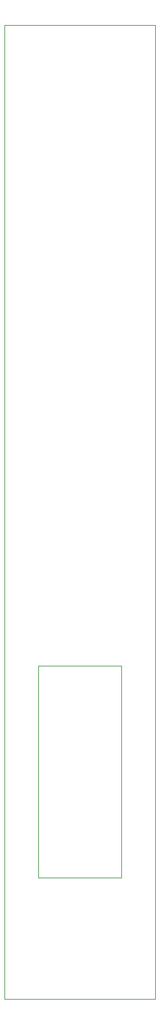
<source format=gbr>
G04 #@! TF.GenerationSoftware,KiCad,Pcbnew,(5.1.10)-1*
G04 #@! TF.CreationDate,2021-09-05T06:08:46+02:00*
G04 #@! TF.ProjectId,Power Module Front,506f7765-7220-44d6-9f64-756c65204672,rev?*
G04 #@! TF.SameCoordinates,Original*
G04 #@! TF.FileFunction,Profile,NP*
%FSLAX46Y46*%
G04 Gerber Fmt 4.6, Leading zero omitted, Abs format (unit mm)*
G04 Created by KiCad (PCBNEW (5.1.10)-1) date 2021-09-05 06:08:46*
%MOMM*%
%LPD*%
G01*
G04 APERTURE LIST*
G04 #@! TA.AperFunction,Profile*
%ADD10C,0.050000*%
G04 #@! TD*
G04 #@! TA.AperFunction,Profile*
%ADD11C,0.100000*%
G04 #@! TD*
G04 APERTURE END LIST*
D10*
G04 #@! TO.C,REF\u002A\u002A*
X4500000Y-84500000D02*
X15500000Y-84500000D01*
X15500000Y-84500000D02*
X15500000Y-112500000D01*
X15500000Y-112500000D02*
X4500000Y-112500000D01*
X4500000Y-112500000D02*
X4500000Y-84500000D01*
D11*
X0Y-128500000D02*
X0Y0D01*
X0Y-128500000D02*
X20000000Y-128500000D01*
X20000000Y0D02*
X20000000Y-128500000D01*
X0Y0D02*
X20000000Y0D01*
G04 #@! TD*
M02*

</source>
